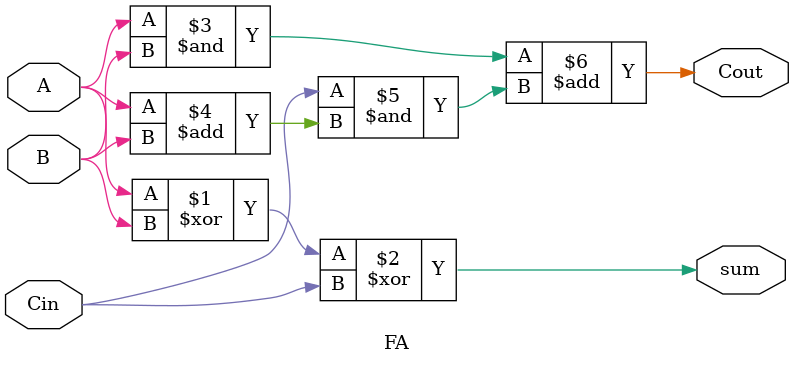
<source format=v>
module FA (
  input wire A,B,
  input wire Cin,
  output wire  sum,
  output wire Cout);
  
  assign sum = A ^ B ^ Cin ;
  assign Cout = (A&B) + (Cin & (A+B));
  
endmodule
</source>
